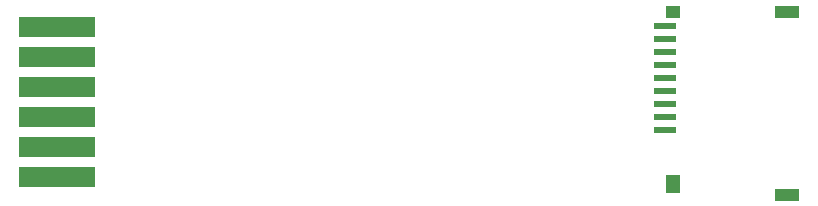
<source format=gbr>
G04 DipTrace 4.3.0.3*
G04 BottomPaste.gbr*
%MOIN*%
G04 #@! TF.FileFunction,Paste,Bot*
G04 #@! TF.Part,Single*
%ADD48R,0.082677X0.043307*%
%ADD50R,0.051181X0.043307*%
%ADD52R,0.051181X0.059055*%
%ADD54R,0.074803X0.023622*%
%ADD56R,0.251969X0.066929*%
%FSLAX26Y26*%
G04*
G70*
G90*
G75*
G01*
G04 BotPaste*
%LPD*%
D56*
X599631Y499951D3*
Y599951D3*
Y699951D3*
Y799951D3*
Y899951D3*
Y999951D3*
D54*
X2625247Y656448D3*
Y699755D3*
Y743062D3*
Y786369D3*
Y829676D3*
Y872983D3*
Y916290D3*
Y959597D3*
Y1002904D3*
D52*
X2652806Y475345D3*
D50*
Y1050148D3*
D48*
X3030759D3*
Y439912D3*
M02*

</source>
